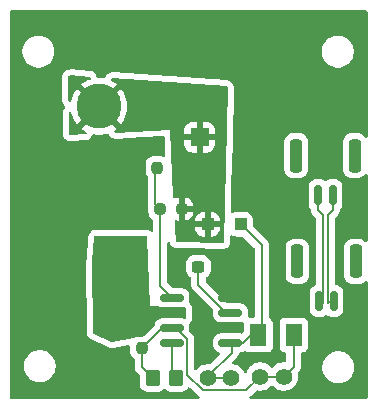
<source format=gbr>
%TF.GenerationSoftware,KiCad,Pcbnew,9.0.4*%
%TF.CreationDate,2025-09-28T15:06:45-05:00*%
%TF.ProjectId,Onboarding,4f6e626f-6172-4646-996e-672e6b696361,rev?*%
%TF.SameCoordinates,Original*%
%TF.FileFunction,Copper,L1,Top*%
%TF.FilePolarity,Positive*%
%FSLAX46Y46*%
G04 Gerber Fmt 4.6, Leading zero omitted, Abs format (unit mm)*
G04 Created by KiCad (PCBNEW 9.0.4) date 2025-09-28 15:06:45*
%MOMM*%
%LPD*%
G01*
G04 APERTURE LIST*
G04 Aperture macros list*
%AMRoundRect*
0 Rectangle with rounded corners*
0 $1 Rounding radius*
0 $2 $3 $4 $5 $6 $7 $8 $9 X,Y pos of 4 corners*
0 Add a 4 corners polygon primitive as box body*
4,1,4,$2,$3,$4,$5,$6,$7,$8,$9,$2,$3,0*
0 Add four circle primitives for the rounded corners*
1,1,$1+$1,$2,$3*
1,1,$1+$1,$4,$5*
1,1,$1+$1,$6,$7*
1,1,$1+$1,$8,$9*
0 Add four rect primitives between the rounded corners*
20,1,$1+$1,$2,$3,$4,$5,0*
20,1,$1+$1,$4,$5,$6,$7,0*
20,1,$1+$1,$6,$7,$8,$9,0*
20,1,$1+$1,$8,$9,$2,$3,0*%
G04 Aperture macros list end*
%TA.AperFunction,ComponentPad*%
%ADD10RoundRect,0.760000X1.140000X-1.140000X1.140000X1.140000X-1.140000X1.140000X-1.140000X-1.140000X0*%
%TD*%
%TA.AperFunction,ComponentPad*%
%ADD11C,3.800000*%
%TD*%
%TA.AperFunction,ComponentPad*%
%ADD12C,1.400000*%
%TD*%
%TA.AperFunction,SMDPad,CuDef*%
%ADD13RoundRect,0.237500X-0.250000X-0.237500X0.250000X-0.237500X0.250000X0.237500X-0.250000X0.237500X0*%
%TD*%
%TA.AperFunction,ComponentPad*%
%ADD14RoundRect,0.250000X-0.550000X-0.550000X0.550000X-0.550000X0.550000X0.550000X-0.550000X0.550000X0*%
%TD*%
%TA.AperFunction,ComponentPad*%
%ADD15C,1.600000*%
%TD*%
%TA.AperFunction,SMDPad,CuDef*%
%ADD16RoundRect,0.250000X-0.350000X-0.450000X0.350000X-0.450000X0.350000X0.450000X-0.350000X0.450000X0*%
%TD*%
%TA.AperFunction,ComponentPad*%
%ADD17RoundRect,0.760000X-1.140000X-1.140000X1.140000X-1.140000X1.140000X1.140000X-1.140000X1.140000X0*%
%TD*%
%TA.AperFunction,ComponentPad*%
%ADD18C,4.000000*%
%TD*%
%TA.AperFunction,SMDPad,CuDef*%
%ADD19RoundRect,0.250000X0.250000X0.475000X-0.250000X0.475000X-0.250000X-0.475000X0.250000X-0.475000X0*%
%TD*%
%TA.AperFunction,SMDPad,CuDef*%
%ADD20RoundRect,0.237500X0.237500X-0.250000X0.237500X0.250000X-0.237500X0.250000X-0.237500X-0.250000X0*%
%TD*%
%TA.AperFunction,SMDPad,CuDef*%
%ADD21RoundRect,0.250000X-0.300000X-0.300000X0.300000X-0.300000X0.300000X0.300000X-0.300000X0.300000X0*%
%TD*%
%TA.AperFunction,SMDPad,CuDef*%
%ADD22RoundRect,0.150000X0.825000X0.150000X-0.825000X0.150000X-0.825000X-0.150000X0.825000X-0.150000X0*%
%TD*%
%TA.AperFunction,SMDPad,CuDef*%
%ADD23RoundRect,0.150000X-0.150000X-0.700000X0.150000X-0.700000X0.150000X0.700000X-0.150000X0.700000X0*%
%TD*%
%TA.AperFunction,SMDPad,CuDef*%
%ADD24RoundRect,0.250000X-0.250000X-1.150000X0.250000X-1.150000X0.250000X1.150000X-0.250000X1.150000X0*%
%TD*%
%TA.AperFunction,SMDPad,CuDef*%
%ADD25RoundRect,0.237500X-0.300000X-0.237500X0.300000X-0.237500X0.300000X0.237500X-0.300000X0.237500X0*%
%TD*%
%TA.AperFunction,SMDPad,CuDef*%
%ADD26R,1.400000X1.950000*%
%TD*%
%TA.AperFunction,ViaPad*%
%ADD27C,0.600000*%
%TD*%
%TA.AperFunction,Conductor*%
%ADD28C,0.200000*%
%TD*%
G04 APERTURE END LIST*
D10*
%TO.P,J2,1,Pin_1*%
%TO.N,GND*%
X111230000Y-81310000D03*
D11*
%TO.P,J2,2,Pin_2*%
%TO.N,VCC*%
X111230000Y-76310000D03*
%TD*%
D12*
%TO.P,TP1,1,1*%
%TO.N,Net-(U1-I_{PK})*%
X124875000Y-99175000D03*
X126875000Y-99175000D03*
%TD*%
D13*
%TO.P,R1,1*%
%TO.N,Net-(U1-COMP-)*%
X116400000Y-84991250D03*
%TO.P,R1,2*%
%TO.N,VCC*%
X118225000Y-84991250D03*
%TD*%
D14*
%TO.P,C1,1*%
%TO.N,VCC*%
X119747349Y-78910000D03*
D15*
%TO.P,C1,2*%
%TO.N,GND*%
X124747349Y-78910000D03*
%TD*%
D16*
%TO.P,R4,1*%
%TO.N,Net-(U1-I_{PK})*%
X115775000Y-99275000D03*
%TO.P,R4,2*%
%TO.N,Net-(U1-DC)*%
X117775000Y-99275000D03*
%TD*%
D17*
%TO.P,J1,1,Pin_1*%
%TO.N,GND*%
X107900000Y-89375000D03*
D18*
%TO.P,J1,2,Pin_2*%
%TO.N,+12V*%
X112900000Y-89375000D03*
%TD*%
D19*
%TO.P,C3,1*%
%TO.N,+12V*%
X111500000Y-93600000D03*
%TO.P,C3,2*%
%TO.N,GND*%
X109600000Y-93600000D03*
%TD*%
D20*
%TO.P,R2,1*%
%TO.N,Net-(U1-COMP-)*%
X116150000Y-81502500D03*
%TO.P,R2,2*%
%TO.N,GND*%
X116150000Y-79677500D03*
%TD*%
D21*
%TO.P,D1,1,K*%
%TO.N,VCC*%
X120425000Y-86275000D03*
%TO.P,D1,2,A*%
%TO.N,Net-(D1-A)*%
X123225000Y-86275000D03*
%TD*%
D20*
%TO.P,R3,1*%
%TO.N,Net-(U1-I_{PK})*%
X114850000Y-96787500D03*
%TO.P,R3,2*%
%TO.N,+12V*%
X114850000Y-94962500D03*
%TD*%
D22*
%TO.P,U1,1,SC*%
%TO.N,Net-(D1-A)*%
X122362500Y-96331250D03*
%TO.P,U1,2,SE*%
%TO.N,GND*%
X122362500Y-95061250D03*
%TO.P,U1,3,CT*%
%TO.N,Net-(U1-CT)*%
X122362500Y-93791250D03*
%TO.P,U1,4,GND*%
%TO.N,GND*%
X122362500Y-92521250D03*
%TO.P,U1,5,COMP-*%
%TO.N,Net-(U1-COMP-)*%
X117412500Y-92521250D03*
%TO.P,U1,6,VCC*%
%TO.N,+12V*%
X117412500Y-93791250D03*
%TO.P,U1,7,I_{PK}*%
%TO.N,Net-(U1-I_{PK})*%
X117412500Y-95061250D03*
%TO.P,U1,8,DC*%
%TO.N,Net-(U1-DC)*%
X117412500Y-96331250D03*
%TD*%
D23*
%TO.P,J4,1,Pin_1*%
%TO.N,/CAN-*%
X129775000Y-83825000D03*
%TO.P,J4,2,Pin_2*%
%TO.N,/CAN+*%
X131025000Y-83825000D03*
D24*
%TO.P,J4,MP*%
%TO.N,N/C*%
X127925000Y-80475000D03*
X132875000Y-80475000D03*
%TD*%
D12*
%TO.P,TP2,1,1*%
%TO.N,Net-(D1-A)*%
X120440000Y-99340000D03*
X122440000Y-99340000D03*
%TD*%
D25*
%TO.P,C2,1*%
%TO.N,Net-(U1-CT)*%
X119650000Y-89891250D03*
%TO.P,C2,2*%
%TO.N,GND*%
X121375000Y-89891250D03*
%TD*%
D23*
%TO.P,J3,1,Pin_1*%
%TO.N,/CAN-*%
X129875000Y-92775000D03*
%TO.P,J3,2,Pin_2*%
%TO.N,/CAN+*%
X131125000Y-92775000D03*
D24*
%TO.P,J3,MP*%
%TO.N,N/C*%
X128025000Y-89425000D03*
X132975000Y-89425000D03*
%TD*%
D26*
%TO.P,L1,1,1*%
%TO.N,Net-(U1-I_{PK})*%
X127730000Y-95660000D03*
%TO.P,L1,2,2*%
%TO.N,Net-(D1-A)*%
X124730000Y-95660000D03*
%TD*%
D27*
%TO.N,GND*%
X117960000Y-89280000D03*
X120120000Y-96140000D03*
X123750000Y-89730000D03*
X119490000Y-92940000D03*
X124030000Y-92490000D03*
%TD*%
D28*
%TO.N,Net-(U1-CT)*%
X119650000Y-89891250D02*
X119650000Y-91425718D01*
X122015532Y-93791250D02*
X122362500Y-93791250D01*
X119650000Y-91425718D02*
X122015532Y-93791250D01*
%TO.N,Net-(D1-A)*%
X122450000Y-96475000D02*
X122450000Y-97150000D01*
X124730000Y-94980000D02*
X124730000Y-95660000D01*
X123393750Y-96331250D02*
X122362500Y-96331250D01*
X124730000Y-95660000D02*
X124065000Y-95660000D01*
X123225000Y-86275000D02*
X125000000Y-88050000D01*
X122450000Y-97150000D02*
X120440000Y-99160000D01*
X125000000Y-94710000D02*
X124730000Y-94980000D01*
X120440000Y-99160000D02*
X120440000Y-99340000D01*
X122362500Y-96331250D02*
X122362500Y-96387500D01*
X125000000Y-88050000D02*
X125000000Y-94710000D01*
X124065000Y-95660000D02*
X123393750Y-96331250D01*
X122362500Y-96387500D02*
X122450000Y-96475000D01*
X120440000Y-99340000D02*
X122440000Y-99340000D01*
%TO.N,/CAN+*%
X130625000Y-85500001D02*
X130625000Y-92969630D01*
X131025000Y-83825000D02*
X131025000Y-85100001D01*
X130819630Y-92775000D02*
X130625000Y-92969630D01*
X131025000Y-85100001D02*
X130625000Y-85500001D01*
X131125000Y-92775000D02*
X130819630Y-92775000D01*
%TO.N,/CAN-*%
X129775000Y-85100001D02*
X130175000Y-85500001D01*
X130175000Y-85500001D02*
X130175000Y-92969630D01*
X129775000Y-83825000D02*
X129775000Y-85100001D01*
%TO.N,Net-(U1-I_{PK})*%
X117759468Y-95061250D02*
X117412500Y-95061250D01*
X124875000Y-99175000D02*
X123709000Y-100341000D01*
X118688500Y-95990282D02*
X117759468Y-95061250D01*
X118688500Y-99004128D02*
X118688500Y-95990282D01*
X114850000Y-98350000D02*
X115775000Y-99275000D01*
X127700000Y-95690000D02*
X127730000Y-95660000D01*
X124875000Y-99175000D02*
X126875000Y-99175000D01*
X127700000Y-98350000D02*
X127700000Y-95690000D01*
X123709000Y-100341000D02*
X120025372Y-100341000D01*
X126875000Y-99175000D02*
X127700000Y-98350000D01*
X114850000Y-96787500D02*
X114850000Y-98350000D01*
X114850000Y-96787500D02*
X116576250Y-95061250D01*
X120025372Y-100341000D02*
X118688500Y-99004128D01*
X116576250Y-95061250D02*
X117412500Y-95061250D01*
%TO.N,Net-(U1-COMP-)*%
X115990000Y-84581250D02*
X116400000Y-84991250D01*
X116400000Y-84991250D02*
X116400000Y-91508750D01*
X116150000Y-81502500D02*
X115990000Y-81662500D01*
X115990000Y-81662500D02*
X115990000Y-84581250D01*
X116400000Y-91508750D02*
X117412500Y-92521250D01*
%TO.N,Net-(U1-DC)*%
X117775000Y-99275000D02*
X117412500Y-98912500D01*
X117412500Y-98912500D02*
X117412500Y-96331250D01*
%TD*%
%TA.AperFunction,Conductor*%
%TO.N,+12V*%
G36*
X115273139Y-87269685D02*
G01*
X115318894Y-87322489D01*
X115329991Y-87368794D01*
X115414286Y-89375000D01*
X115575000Y-93200000D01*
X116219306Y-93226405D01*
X116277346Y-93243569D01*
X116327100Y-93272993D01*
X116327102Y-93272994D01*
X116368724Y-93285086D01*
X116484926Y-93318847D01*
X116484929Y-93318847D01*
X116484931Y-93318848D01*
X116521806Y-93321750D01*
X116521814Y-93321750D01*
X118303186Y-93321750D01*
X118303194Y-93321750D01*
X118340069Y-93318848D01*
X118340070Y-93318847D01*
X118341608Y-93318566D01*
X118341856Y-93318422D01*
X118343094Y-93318295D01*
X118346299Y-93317710D01*
X118346345Y-93317963D01*
X118376962Y-93314834D01*
X118506080Y-93320126D01*
X118572255Y-93342538D01*
X118615809Y-93397171D01*
X118625000Y-93444021D01*
X118625000Y-94169041D01*
X118605315Y-94236080D01*
X118552511Y-94281835D01*
X118550883Y-94282565D01*
X118534117Y-94289932D01*
X118464822Y-94298879D01*
X118449640Y-94295485D01*
X118374975Y-94273793D01*
X118340069Y-94263652D01*
X118340067Y-94263651D01*
X118340063Y-94263651D01*
X118303201Y-94260750D01*
X118303194Y-94260750D01*
X116521806Y-94260750D01*
X116521798Y-94260750D01*
X116484932Y-94263651D01*
X116484926Y-94263652D01*
X116327106Y-94309504D01*
X116327103Y-94309505D01*
X116185637Y-94393167D01*
X116185629Y-94393173D01*
X116069423Y-94509379D01*
X116069417Y-94509387D01*
X115985755Y-94650853D01*
X115985754Y-94650856D01*
X115939902Y-94808676D01*
X115938763Y-94814917D01*
X115936890Y-94814575D01*
X115915212Y-94871443D01*
X115904164Y-94884100D01*
X115064224Y-95724038D01*
X115046599Y-95733661D01*
X115031880Y-95747325D01*
X115005701Y-95755993D01*
X115002901Y-95757523D01*
X114998375Y-95758420D01*
X114779530Y-95797563D01*
X114757699Y-95799500D01*
X114563331Y-95799500D01*
X114563312Y-95799501D01*
X114462247Y-95809825D01*
X114364447Y-95842233D01*
X114298484Y-95864092D01*
X114298481Y-95864093D01*
X114298480Y-95864094D01*
X114273990Y-95879199D01*
X114230727Y-95895722D01*
X112289615Y-96242914D01*
X112220157Y-96235340D01*
X112213773Y-96232471D01*
X110769021Y-95533397D01*
X110717249Y-95486478D01*
X110699041Y-95423329D01*
X110625308Y-89524680D01*
X110634165Y-89477085D01*
X110675000Y-89375000D01*
X110816863Y-87365267D01*
X110841219Y-87299782D01*
X110897114Y-87257859D01*
X110940555Y-87250000D01*
X115206100Y-87250000D01*
X115273139Y-87269685D01*
G37*
%TD.AperFunction*%
%TD*%
%TA.AperFunction,Conductor*%
%TO.N,VCC*%
G36*
X122031636Y-74591864D02*
G01*
X122097168Y-74616099D01*
X122139194Y-74671917D01*
X122147096Y-74718607D01*
X121828016Y-87751802D01*
X121806696Y-87818339D01*
X121752788Y-87862788D01*
X121701785Y-87872746D01*
X117840808Y-87802118D01*
X117774140Y-87781211D01*
X117729358Y-87727579D01*
X117719231Y-87684320D01*
X117666403Y-86624986D01*
X119375001Y-86624986D01*
X119385494Y-86727697D01*
X119440641Y-86894119D01*
X119440643Y-86894124D01*
X119532684Y-87043345D01*
X119656654Y-87167315D01*
X119805875Y-87259356D01*
X119805880Y-87259358D01*
X119972302Y-87314505D01*
X119972309Y-87314506D01*
X120075019Y-87324999D01*
X120675000Y-87324999D01*
X120774972Y-87324999D01*
X120774986Y-87324998D01*
X120877697Y-87314505D01*
X121044119Y-87259358D01*
X121044124Y-87259356D01*
X121193345Y-87167315D01*
X121317315Y-87043345D01*
X121409356Y-86894124D01*
X121409358Y-86894119D01*
X121464505Y-86727697D01*
X121464506Y-86727690D01*
X121474999Y-86624986D01*
X121475000Y-86624973D01*
X121475000Y-86525000D01*
X120675000Y-86525000D01*
X120675000Y-87324999D01*
X120075019Y-87324999D01*
X120175000Y-87324998D01*
X120175000Y-86525000D01*
X119375001Y-86525000D01*
X119375001Y-86624986D01*
X117666403Y-86624986D01*
X117638833Y-86072130D01*
X117655153Y-86004200D01*
X117705612Y-85955871D01*
X117774190Y-85942496D01*
X117801684Y-85948255D01*
X117824847Y-85955930D01*
X117824846Y-85955930D01*
X117925851Y-85966249D01*
X118475000Y-85966249D01*
X118524140Y-85966249D01*
X118524154Y-85966248D01*
X118625152Y-85955930D01*
X118718454Y-85925013D01*
X119375000Y-85925013D01*
X119375000Y-86025000D01*
X120175000Y-86025000D01*
X120675000Y-86025000D01*
X121474999Y-86025000D01*
X121474999Y-85925028D01*
X121474998Y-85925013D01*
X121464505Y-85822302D01*
X121409358Y-85655880D01*
X121409356Y-85655875D01*
X121317315Y-85506654D01*
X121193345Y-85382684D01*
X121044124Y-85290643D01*
X121044119Y-85290641D01*
X120877697Y-85235494D01*
X120877690Y-85235493D01*
X120774986Y-85225000D01*
X120675000Y-85225000D01*
X120675000Y-86025000D01*
X120175000Y-86025000D01*
X120175000Y-85224999D01*
X120075028Y-85225000D01*
X120075012Y-85225001D01*
X119972302Y-85235494D01*
X119805880Y-85290641D01*
X119805875Y-85290643D01*
X119656654Y-85382684D01*
X119532684Y-85506654D01*
X119440643Y-85655875D01*
X119440641Y-85655880D01*
X119385494Y-85822302D01*
X119385493Y-85822309D01*
X119375000Y-85925013D01*
X118718454Y-85925013D01*
X118788800Y-85901703D01*
X118788811Y-85901698D01*
X118927220Y-85816326D01*
X118927221Y-85816325D01*
X118935537Y-85811195D01*
X119057444Y-85689288D01*
X119057447Y-85689284D01*
X119147948Y-85542561D01*
X119147953Y-85542550D01*
X119202180Y-85378902D01*
X119212499Y-85277904D01*
X119212500Y-85277891D01*
X119212500Y-85241250D01*
X118475000Y-85241250D01*
X118475000Y-85966249D01*
X117925851Y-85966249D01*
X117974999Y-85966248D01*
X117975000Y-85966248D01*
X117975000Y-84741250D01*
X118475000Y-84741250D01*
X119212499Y-84741250D01*
X119212499Y-84704610D01*
X119212498Y-84704595D01*
X119202180Y-84603597D01*
X119147953Y-84439949D01*
X119147948Y-84439938D01*
X119057447Y-84293215D01*
X119057444Y-84293211D01*
X118935538Y-84171305D01*
X118935534Y-84171302D01*
X118788811Y-84080801D01*
X118788800Y-84080796D01*
X118625152Y-84026569D01*
X118524154Y-84016250D01*
X118475000Y-84016250D01*
X118475000Y-84741250D01*
X117975000Y-84741250D01*
X117975000Y-84016250D01*
X117974999Y-84016249D01*
X117925861Y-84016250D01*
X117925843Y-84016251D01*
X117824846Y-84026569D01*
X117696235Y-84069186D01*
X117626407Y-84071587D01*
X117566365Y-84035856D01*
X117535173Y-83973335D01*
X117533387Y-83957672D01*
X117251746Y-78310013D01*
X118447349Y-78310013D01*
X118447349Y-78660000D01*
X119431663Y-78660000D01*
X119427269Y-78664394D01*
X119374608Y-78755606D01*
X119347349Y-78857339D01*
X119347349Y-78962661D01*
X119374608Y-79064394D01*
X119427269Y-79155606D01*
X119431663Y-79160000D01*
X118447350Y-79160000D01*
X118447350Y-79509986D01*
X118457843Y-79612697D01*
X118512990Y-79779119D01*
X118512992Y-79779124D01*
X118605033Y-79928345D01*
X118729003Y-80052315D01*
X118878224Y-80144356D01*
X118878229Y-80144358D01*
X119044651Y-80199505D01*
X119044658Y-80199506D01*
X119147368Y-80209999D01*
X119497348Y-80209999D01*
X119497349Y-80209998D01*
X119497349Y-79225686D01*
X119501743Y-79230080D01*
X119592955Y-79282741D01*
X119694688Y-79310000D01*
X119800010Y-79310000D01*
X119901743Y-79282741D01*
X119992955Y-79230080D01*
X119997349Y-79225686D01*
X119997349Y-80209999D01*
X120347321Y-80209999D01*
X120347335Y-80209998D01*
X120450046Y-80199505D01*
X120616468Y-80144358D01*
X120616473Y-80144356D01*
X120765694Y-80052315D01*
X120889664Y-79928345D01*
X120981705Y-79779124D01*
X120981707Y-79779119D01*
X121036854Y-79612697D01*
X121036855Y-79612690D01*
X121047348Y-79509986D01*
X121047349Y-79509973D01*
X121047349Y-79160000D01*
X120063035Y-79160000D01*
X120067429Y-79155606D01*
X120120090Y-79064394D01*
X120147349Y-78962661D01*
X120147349Y-78857339D01*
X120120090Y-78755606D01*
X120067429Y-78664394D01*
X120063035Y-78660000D01*
X121047348Y-78660000D01*
X121047348Y-78310028D01*
X121047347Y-78310013D01*
X121036854Y-78207302D01*
X120981707Y-78040880D01*
X120981705Y-78040875D01*
X120889664Y-77891654D01*
X120765694Y-77767684D01*
X120616473Y-77675643D01*
X120616468Y-77675641D01*
X120450046Y-77620494D01*
X120450039Y-77620493D01*
X120347335Y-77610000D01*
X119997349Y-77610000D01*
X119997349Y-78594314D01*
X119992955Y-78589920D01*
X119901743Y-78537259D01*
X119800010Y-78510000D01*
X119694688Y-78510000D01*
X119592955Y-78537259D01*
X119501743Y-78589920D01*
X119497349Y-78594314D01*
X119497349Y-77610000D01*
X119147377Y-77610000D01*
X119147361Y-77610001D01*
X119044651Y-77620494D01*
X118878229Y-77675641D01*
X118878224Y-77675643D01*
X118729003Y-77767684D01*
X118605033Y-77891654D01*
X118512992Y-78040875D01*
X118512990Y-78040880D01*
X118457843Y-78207302D01*
X118457842Y-78207309D01*
X118447349Y-78310013D01*
X117251746Y-78310013D01*
X117250000Y-78275000D01*
X117249999Y-78275000D01*
X117249999Y-78274999D01*
X112649695Y-78526921D01*
X112581680Y-78510932D01*
X112533106Y-78460709D01*
X112519396Y-78392198D01*
X112544902Y-78327150D01*
X112576945Y-78298112D01*
X112620998Y-78270432D01*
X112741098Y-78174653D01*
X112741099Y-78174652D01*
X111991717Y-77425271D01*
X112109466Y-77339722D01*
X112259722Y-77189466D01*
X112345270Y-77071717D01*
X113094652Y-77821099D01*
X113094653Y-77821098D01*
X113190431Y-77700999D01*
X113333847Y-77472752D01*
X113450801Y-77229895D01*
X113450807Y-77229881D01*
X113539832Y-76975463D01*
X113539836Y-76975451D01*
X113599818Y-76712651D01*
X113599821Y-76712633D01*
X113629999Y-76444787D01*
X113630000Y-76444783D01*
X113630000Y-76175216D01*
X113629999Y-76175212D01*
X113599821Y-75907366D01*
X113599818Y-75907348D01*
X113539836Y-75644548D01*
X113539832Y-75644536D01*
X113450807Y-75390118D01*
X113450801Y-75390104D01*
X113333847Y-75147247D01*
X113190429Y-74918997D01*
X113190427Y-74918993D01*
X113094653Y-74798900D01*
X113094652Y-74798899D01*
X112345270Y-75548281D01*
X112259722Y-75430534D01*
X112109466Y-75280278D01*
X111991717Y-75194728D01*
X112741099Y-74445346D01*
X112620998Y-74349568D01*
X112392749Y-74206150D01*
X112302845Y-74162855D01*
X112250985Y-74116033D01*
X112232672Y-74048606D01*
X112253720Y-73981982D01*
X112307446Y-73937313D01*
X112365148Y-73927427D01*
X122031636Y-74591864D01*
G37*
%TD.AperFunction*%
%TA.AperFunction,Conductor*%
G36*
X108854019Y-76796483D02*
G01*
X108892335Y-76854910D01*
X108894577Y-76863350D01*
X108920164Y-76975454D01*
X108920167Y-76975463D01*
X109009192Y-77229881D01*
X109009198Y-77229895D01*
X109126152Y-77472752D01*
X109269568Y-77700998D01*
X109365346Y-77821099D01*
X110114728Y-77071716D01*
X110200278Y-77189466D01*
X110350534Y-77339722D01*
X110468281Y-77425270D01*
X109718899Y-78174652D01*
X109718900Y-78174653D01*
X109838993Y-78270427D01*
X109838997Y-78270429D01*
X110067243Y-78413845D01*
X110107398Y-78433182D01*
X110159258Y-78480005D01*
X110177571Y-78547431D01*
X110156524Y-78614056D01*
X110102798Y-78658724D01*
X110060377Y-78668717D01*
X108796395Y-78737936D01*
X108728380Y-78721947D01*
X108679806Y-78671724D01*
X108665620Y-78615268D01*
X108664993Y-78547431D01*
X108649691Y-76892086D01*
X108668755Y-76824871D01*
X108721134Y-76778630D01*
X108790198Y-76768047D01*
X108854019Y-76796483D01*
G37*
%TD.AperFunction*%
%TA.AperFunction,Conductor*%
G36*
X110431738Y-73794531D02*
G01*
X110497268Y-73818766D01*
X110539294Y-73874584D01*
X110544472Y-73944261D01*
X110511157Y-74005677D01*
X110464189Y-74035280D01*
X110310113Y-74089194D01*
X110310104Y-74089198D01*
X110067247Y-74206152D01*
X109839001Y-74349568D01*
X109718899Y-74445345D01*
X110468282Y-75194728D01*
X110350534Y-75280278D01*
X110200278Y-75430534D01*
X110114728Y-75548282D01*
X109365345Y-74798899D01*
X109269568Y-74919001D01*
X109126152Y-75147247D01*
X109009198Y-75390104D01*
X109009192Y-75390118D01*
X108920167Y-75644536D01*
X108920164Y-75644545D01*
X108884255Y-75801874D01*
X108850146Y-75862852D01*
X108788485Y-75895710D01*
X108718847Y-75890015D01*
X108663344Y-75847575D01*
X108639596Y-75781865D01*
X108639369Y-75775451D01*
X108621146Y-73804037D01*
X108640210Y-73736822D01*
X108692589Y-73690581D01*
X108753643Y-73679186D01*
X110431738Y-73794531D01*
G37*
%TD.AperFunction*%
%TD*%
%TA.AperFunction,Conductor*%
%TO.N,GND*%
G36*
X133912539Y-68190185D02*
G01*
X133958294Y-68242989D01*
X133969500Y-68294500D01*
X133969500Y-78827319D01*
X133949815Y-78894358D01*
X133897011Y-78940113D01*
X133827853Y-78950057D01*
X133764297Y-78921032D01*
X133739961Y-78892416D01*
X133732638Y-78880543D01*
X133717712Y-78856344D01*
X133593656Y-78732288D01*
X133444334Y-78640186D01*
X133277797Y-78585001D01*
X133277795Y-78585000D01*
X133175010Y-78574500D01*
X132574998Y-78574500D01*
X132574980Y-78574501D01*
X132472203Y-78585000D01*
X132472200Y-78585001D01*
X132305668Y-78640185D01*
X132305663Y-78640187D01*
X132156342Y-78732289D01*
X132032289Y-78856342D01*
X131940187Y-79005663D01*
X131940185Y-79005668D01*
X131931571Y-79031664D01*
X131885001Y-79172203D01*
X131885001Y-79172204D01*
X131885000Y-79172204D01*
X131874500Y-79274983D01*
X131874500Y-81675001D01*
X131874501Y-81675018D01*
X131885000Y-81777796D01*
X131885001Y-81777799D01*
X131892917Y-81801687D01*
X131940186Y-81944334D01*
X132032288Y-82093656D01*
X132156344Y-82217712D01*
X132305666Y-82309814D01*
X132472203Y-82364999D01*
X132574991Y-82375500D01*
X133175008Y-82375499D01*
X133175016Y-82375498D01*
X133175019Y-82375498D01*
X133244973Y-82368352D01*
X133277797Y-82364999D01*
X133444334Y-82309814D01*
X133593656Y-82217712D01*
X133717712Y-82093656D01*
X133739961Y-82057583D01*
X133791908Y-82010859D01*
X133860871Y-81999636D01*
X133924953Y-82027479D01*
X133963810Y-82085547D01*
X133969500Y-82122680D01*
X133969500Y-87658770D01*
X133949815Y-87725809D01*
X133897011Y-87771564D01*
X133827853Y-87781508D01*
X133764297Y-87752483D01*
X133757819Y-87746451D01*
X133693657Y-87682289D01*
X133693656Y-87682288D01*
X133544334Y-87590186D01*
X133377797Y-87535001D01*
X133377795Y-87535000D01*
X133275010Y-87524500D01*
X132674998Y-87524500D01*
X132674980Y-87524501D01*
X132572203Y-87535000D01*
X132572200Y-87535001D01*
X132405668Y-87590185D01*
X132405663Y-87590187D01*
X132256342Y-87682289D01*
X132132289Y-87806342D01*
X132040187Y-87955663D01*
X132040185Y-87955668D01*
X132012349Y-88039670D01*
X131985001Y-88122203D01*
X131985001Y-88122204D01*
X131985000Y-88122204D01*
X131974500Y-88224983D01*
X131974500Y-90625001D01*
X131974501Y-90625018D01*
X131985000Y-90727796D01*
X131985001Y-90727799D01*
X132035337Y-90879701D01*
X132040186Y-90894334D01*
X132132288Y-91043656D01*
X132256344Y-91167712D01*
X132405666Y-91259814D01*
X132572203Y-91314999D01*
X132674991Y-91325500D01*
X133275008Y-91325499D01*
X133275016Y-91325498D01*
X133275019Y-91325498D01*
X133331302Y-91319748D01*
X133377797Y-91314999D01*
X133544334Y-91259814D01*
X133693656Y-91167712D01*
X133757819Y-91103549D01*
X133819142Y-91070064D01*
X133888834Y-91075048D01*
X133944767Y-91116920D01*
X133969184Y-91182384D01*
X133969500Y-91191230D01*
X133969500Y-100955500D01*
X133949815Y-101022539D01*
X133897011Y-101068294D01*
X133845500Y-101079500D01*
X124093653Y-101079500D01*
X124026614Y-101059815D01*
X123980859Y-101007011D01*
X123970915Y-100937853D01*
X123999940Y-100874297D01*
X124031653Y-100848113D01*
X124077716Y-100821520D01*
X124189520Y-100709716D01*
X124189520Y-100709714D01*
X124199728Y-100699507D01*
X124199730Y-100699504D01*
X124514169Y-100385064D01*
X124575490Y-100351581D01*
X124621246Y-100350274D01*
X124780514Y-100375500D01*
X124780519Y-100375500D01*
X124969486Y-100375500D01*
X125156118Y-100345940D01*
X125186753Y-100335986D01*
X125335832Y-100287547D01*
X125504199Y-100201760D01*
X125657073Y-100090690D01*
X125787319Y-99960444D01*
X125848642Y-99926959D01*
X125918334Y-99931943D01*
X125962681Y-99960444D01*
X126092927Y-100090690D01*
X126245801Y-100201760D01*
X126289546Y-100224049D01*
X126414163Y-100287545D01*
X126414165Y-100287545D01*
X126414168Y-100287547D01*
X126507000Y-100317710D01*
X126593881Y-100345940D01*
X126780514Y-100375500D01*
X126780519Y-100375500D01*
X126969486Y-100375500D01*
X127156118Y-100345940D01*
X127186753Y-100335986D01*
X127335832Y-100287547D01*
X127504199Y-100201760D01*
X127657073Y-100090690D01*
X127790690Y-99957073D01*
X127901760Y-99804199D01*
X127987547Y-99635832D01*
X128045940Y-99456118D01*
X128051644Y-99420104D01*
X128075500Y-99269486D01*
X128075500Y-99080513D01*
X128050274Y-98921248D01*
X128059228Y-98851955D01*
X128085061Y-98814174D01*
X128180520Y-98718716D01*
X128248816Y-98600423D01*
X128259577Y-98581785D01*
X128300500Y-98429058D01*
X128300500Y-98283713D01*
X130129500Y-98283713D01*
X130129500Y-98496286D01*
X130149363Y-98621700D01*
X130162754Y-98706243D01*
X130213768Y-98863248D01*
X130228444Y-98908414D01*
X130324951Y-99097820D01*
X130449890Y-99269786D01*
X130600213Y-99420109D01*
X130772179Y-99545048D01*
X130772181Y-99545049D01*
X130772184Y-99545051D01*
X130961588Y-99641557D01*
X131163757Y-99707246D01*
X131373713Y-99740500D01*
X131373714Y-99740500D01*
X131586286Y-99740500D01*
X131586287Y-99740500D01*
X131796243Y-99707246D01*
X131998412Y-99641557D01*
X132187816Y-99545051D01*
X132310223Y-99456118D01*
X132359786Y-99420109D01*
X132359788Y-99420106D01*
X132359792Y-99420104D01*
X132510104Y-99269792D01*
X132510106Y-99269788D01*
X132510109Y-99269786D01*
X132635048Y-99097820D01*
X132635047Y-99097820D01*
X132635051Y-99097816D01*
X132731557Y-98908412D01*
X132797246Y-98706243D01*
X132830500Y-98496287D01*
X132830500Y-98283713D01*
X132797246Y-98073757D01*
X132731557Y-97871588D01*
X132635051Y-97682184D01*
X132635049Y-97682181D01*
X132635048Y-97682179D01*
X132510109Y-97510213D01*
X132359786Y-97359890D01*
X132187820Y-97234951D01*
X131998414Y-97138444D01*
X131998413Y-97138443D01*
X131998412Y-97138443D01*
X131796243Y-97072754D01*
X131796241Y-97072753D01*
X131796240Y-97072753D01*
X131634957Y-97047208D01*
X131586287Y-97039500D01*
X131373713Y-97039500D01*
X131325042Y-97047208D01*
X131163760Y-97072753D01*
X131163757Y-97072754D01*
X130976903Y-97133467D01*
X130961585Y-97138444D01*
X130772179Y-97234951D01*
X130600213Y-97359890D01*
X130449890Y-97510213D01*
X130324951Y-97682179D01*
X130228444Y-97871585D01*
X130162753Y-98073760D01*
X130129500Y-98283713D01*
X128300500Y-98283713D01*
X128300500Y-98270943D01*
X128300500Y-97259499D01*
X128320185Y-97192460D01*
X128372989Y-97146705D01*
X128424500Y-97135499D01*
X128477871Y-97135499D01*
X128477872Y-97135499D01*
X128537483Y-97129091D01*
X128672331Y-97078796D01*
X128787546Y-96992546D01*
X128873796Y-96877331D01*
X128924091Y-96742483D01*
X128930500Y-96682873D01*
X128930499Y-94637128D01*
X128924091Y-94577517D01*
X128898676Y-94509377D01*
X128873797Y-94442671D01*
X128873793Y-94442664D01*
X128787547Y-94327455D01*
X128787544Y-94327452D01*
X128672335Y-94241206D01*
X128672328Y-94241202D01*
X128537482Y-94190908D01*
X128537483Y-94190908D01*
X128477883Y-94184501D01*
X128477881Y-94184500D01*
X128477873Y-94184500D01*
X128477864Y-94184500D01*
X126982129Y-94184500D01*
X126982123Y-94184501D01*
X126922516Y-94190908D01*
X126787671Y-94241202D01*
X126787664Y-94241206D01*
X126672455Y-94327452D01*
X126672452Y-94327455D01*
X126586206Y-94442664D01*
X126586202Y-94442671D01*
X126535908Y-94577517D01*
X126531544Y-94618115D01*
X126529501Y-94637123D01*
X126529500Y-94637135D01*
X126529500Y-96682870D01*
X126529501Y-96682876D01*
X126535908Y-96742483D01*
X126586202Y-96877328D01*
X126586206Y-96877335D01*
X126672452Y-96992544D01*
X126672455Y-96992547D01*
X126787664Y-97078793D01*
X126787671Y-97078797D01*
X126922516Y-97129091D01*
X126982113Y-97135499D01*
X126982127Y-97135500D01*
X126982129Y-97135501D01*
X126985431Y-97135856D01*
X126985347Y-97136635D01*
X127048018Y-97158739D01*
X127090886Y-97213913D01*
X127099500Y-97259323D01*
X127099500Y-97850590D01*
X127079815Y-97917629D01*
X127027011Y-97963384D01*
X126974353Y-97972697D01*
X126974353Y-97974500D01*
X126780514Y-97974500D01*
X126593881Y-98004059D01*
X126414163Y-98062454D01*
X126245800Y-98148240D01*
X126158579Y-98211610D01*
X126092927Y-98259310D01*
X126092925Y-98259312D01*
X126092924Y-98259312D01*
X125962681Y-98389556D01*
X125901358Y-98423041D01*
X125831666Y-98418057D01*
X125787319Y-98389556D01*
X125657075Y-98259312D01*
X125657073Y-98259310D01*
X125504199Y-98148240D01*
X125485686Y-98138807D01*
X125335836Y-98062454D01*
X125156118Y-98004059D01*
X124969486Y-97974500D01*
X124969481Y-97974500D01*
X124780519Y-97974500D01*
X124780514Y-97974500D01*
X124593881Y-98004059D01*
X124414163Y-98062454D01*
X124245800Y-98148240D01*
X124158579Y-98211610D01*
X124092927Y-98259310D01*
X124092925Y-98259312D01*
X124092924Y-98259312D01*
X123959312Y-98392924D01*
X123959312Y-98392925D01*
X123959310Y-98392927D01*
X123933062Y-98429054D01*
X123848240Y-98545800D01*
X123762453Y-98714166D01*
X123740489Y-98781762D01*
X123701051Y-98839436D01*
X123636691Y-98866633D01*
X123567845Y-98854717D01*
X123516370Y-98807472D01*
X123512074Y-98799735D01*
X123466761Y-98710802D01*
X123450075Y-98687836D01*
X123355690Y-98557927D01*
X123222073Y-98424310D01*
X123069199Y-98313240D01*
X122900836Y-98227454D01*
X122721118Y-98169059D01*
X122580830Y-98146840D01*
X122517695Y-98116911D01*
X122480764Y-98057599D01*
X122481762Y-97987736D01*
X122512545Y-97936688D01*
X122808506Y-97640728D01*
X122808511Y-97640724D01*
X122818714Y-97630520D01*
X122818716Y-97630520D01*
X122930520Y-97518716D01*
X123005988Y-97388001D01*
X123009577Y-97381785D01*
X123050500Y-97229058D01*
X123050500Y-97228281D01*
X123052964Y-97220078D01*
X123071053Y-97192310D01*
X123088312Y-97163996D01*
X123090049Y-97163152D01*
X123091102Y-97161536D01*
X123121334Y-97147954D01*
X123151159Y-97133467D01*
X123154138Y-97133218D01*
X123154836Y-97132905D01*
X123155927Y-97133068D01*
X123171722Y-97131750D01*
X123253186Y-97131750D01*
X123253194Y-97131750D01*
X123290069Y-97128848D01*
X123290071Y-97128847D01*
X123290073Y-97128847D01*
X123331691Y-97116755D01*
X123447898Y-97082994D01*
X123569640Y-97010995D01*
X123637364Y-96993813D01*
X123703627Y-97015973D01*
X123707070Y-97018459D01*
X123787669Y-97078796D01*
X123787670Y-97078796D01*
X123787671Y-97078797D01*
X123922517Y-97129091D01*
X123922516Y-97129091D01*
X123929444Y-97129835D01*
X123982127Y-97135500D01*
X125477872Y-97135499D01*
X125537483Y-97129091D01*
X125672331Y-97078796D01*
X125787546Y-96992546D01*
X125873796Y-96877331D01*
X125924091Y-96742483D01*
X125930500Y-96682873D01*
X125930499Y-94637128D01*
X125924091Y-94577517D01*
X125898676Y-94509377D01*
X125873797Y-94442671D01*
X125873793Y-94442664D01*
X125822123Y-94373643D01*
X125787546Y-94327454D01*
X125672331Y-94241204D01*
X125672328Y-94241203D01*
X125672327Y-94241202D01*
X125665065Y-94237236D01*
X125615663Y-94187827D01*
X125600500Y-94128408D01*
X125600500Y-88224983D01*
X127024500Y-88224983D01*
X127024500Y-90625001D01*
X127024501Y-90625018D01*
X127035000Y-90727796D01*
X127035001Y-90727799D01*
X127085337Y-90879701D01*
X127090186Y-90894334D01*
X127182288Y-91043656D01*
X127306344Y-91167712D01*
X127455666Y-91259814D01*
X127622203Y-91314999D01*
X127724991Y-91325500D01*
X128325008Y-91325499D01*
X128325016Y-91325498D01*
X128325019Y-91325498D01*
X128381302Y-91319748D01*
X128427797Y-91314999D01*
X128594334Y-91259814D01*
X128743656Y-91167712D01*
X128867712Y-91043656D01*
X128959814Y-90894334D01*
X129014999Y-90727797D01*
X129025500Y-90625009D01*
X129025499Y-88224992D01*
X129014999Y-88122203D01*
X128959814Y-87955666D01*
X128867712Y-87806344D01*
X128743656Y-87682288D01*
X128594334Y-87590186D01*
X128427797Y-87535001D01*
X128427795Y-87535000D01*
X128325010Y-87524500D01*
X127724998Y-87524500D01*
X127724980Y-87524501D01*
X127622203Y-87535000D01*
X127622200Y-87535001D01*
X127455668Y-87590185D01*
X127455663Y-87590187D01*
X127306342Y-87682289D01*
X127182289Y-87806342D01*
X127090187Y-87955663D01*
X127090185Y-87955668D01*
X127062349Y-88039670D01*
X127035001Y-88122203D01*
X127035001Y-88122204D01*
X127035000Y-88122204D01*
X127024500Y-88224983D01*
X125600500Y-88224983D01*
X125600500Y-87970945D01*
X125600500Y-87970943D01*
X125559577Y-87818216D01*
X125559577Y-87818215D01*
X125496809Y-87709498D01*
X125480520Y-87681284D01*
X125368716Y-87569480D01*
X125368715Y-87569479D01*
X125364385Y-87565149D01*
X125364374Y-87565139D01*
X124311818Y-86512583D01*
X124278333Y-86451260D01*
X124275499Y-86424902D01*
X124275499Y-85924998D01*
X124275498Y-85924981D01*
X124264999Y-85822203D01*
X124264998Y-85822200D01*
X124261482Y-85811590D01*
X124209814Y-85655666D01*
X124117712Y-85506344D01*
X123993656Y-85382288D01*
X123864658Y-85302722D01*
X123844336Y-85290187D01*
X123844331Y-85290185D01*
X123807369Y-85277937D01*
X123677797Y-85235001D01*
X123677795Y-85235000D01*
X123575010Y-85224500D01*
X122874998Y-85224500D01*
X122874980Y-85224501D01*
X122772203Y-85235000D01*
X122772200Y-85235001D01*
X122605668Y-85290185D01*
X122605656Y-85290191D01*
X122585340Y-85302722D01*
X122517948Y-85321161D01*
X122451284Y-85300237D01*
X122406516Y-85246594D01*
X122396283Y-85194151D01*
X122448549Y-83059298D01*
X128974500Y-83059298D01*
X128974500Y-84590701D01*
X128977401Y-84627567D01*
X128977402Y-84627573D01*
X129023254Y-84785393D01*
X129023255Y-84785396D01*
X129106917Y-84926862D01*
X129106923Y-84926870D01*
X129138179Y-84958125D01*
X129171665Y-85019447D01*
X129174499Y-85045807D01*
X129174499Y-85179055D01*
X129174498Y-85179055D01*
X129174499Y-85179057D01*
X129174499Y-85179058D01*
X129215423Y-85331786D01*
X129215424Y-85331787D01*
X129231692Y-85359966D01*
X129231693Y-85359967D01*
X129294475Y-85468710D01*
X129294481Y-85468718D01*
X129413349Y-85587586D01*
X129413355Y-85587591D01*
X129538181Y-85712417D01*
X129571666Y-85773740D01*
X129574500Y-85800098D01*
X129574500Y-91348225D01*
X129554815Y-91415264D01*
X129502011Y-91461019D01*
X129485097Y-91467301D01*
X129464603Y-91473255D01*
X129323137Y-91556917D01*
X129323129Y-91556923D01*
X129206923Y-91673129D01*
X129206917Y-91673137D01*
X129123255Y-91814603D01*
X129123254Y-91814606D01*
X129077402Y-91972426D01*
X129077401Y-91972432D01*
X129074500Y-92009298D01*
X129074500Y-93540701D01*
X129077401Y-93577567D01*
X129077402Y-93577573D01*
X129123254Y-93735393D01*
X129123255Y-93735396D01*
X129206917Y-93876862D01*
X129206923Y-93876870D01*
X129323129Y-93993076D01*
X129323133Y-93993079D01*
X129323135Y-93993081D01*
X129464602Y-94076744D01*
X129506224Y-94088836D01*
X129622426Y-94122597D01*
X129622429Y-94122597D01*
X129622431Y-94122598D01*
X129659306Y-94125500D01*
X129659314Y-94125500D01*
X130090686Y-94125500D01*
X130090694Y-94125500D01*
X130127569Y-94122598D01*
X130127571Y-94122597D01*
X130127573Y-94122597D01*
X130169191Y-94110505D01*
X130285398Y-94076744D01*
X130410048Y-94003026D01*
X130433580Y-93989110D01*
X130434747Y-93991083D01*
X130489035Y-93969769D01*
X130557553Y-93983448D01*
X130566404Y-93989136D01*
X130566420Y-93989110D01*
X130596563Y-94006936D01*
X130714602Y-94076744D01*
X130756224Y-94088836D01*
X130872426Y-94122597D01*
X130872429Y-94122597D01*
X130872431Y-94122598D01*
X130909306Y-94125500D01*
X130909314Y-94125500D01*
X131340686Y-94125500D01*
X131340694Y-94125500D01*
X131377569Y-94122598D01*
X131377571Y-94122597D01*
X131377573Y-94122597D01*
X131419191Y-94110505D01*
X131535398Y-94076744D01*
X131676865Y-93993081D01*
X131793081Y-93876865D01*
X131876744Y-93735398D01*
X131922598Y-93577569D01*
X131925500Y-93540694D01*
X131925500Y-92009306D01*
X131922598Y-91972431D01*
X131921711Y-91969379D01*
X131876745Y-91814606D01*
X131876744Y-91814603D01*
X131876744Y-91814602D01*
X131793081Y-91673135D01*
X131793079Y-91673133D01*
X131793076Y-91673129D01*
X131676870Y-91556923D01*
X131676862Y-91556917D01*
X131535396Y-91473255D01*
X131535393Y-91473254D01*
X131377573Y-91427402D01*
X131377567Y-91427401D01*
X131339771Y-91424427D01*
X131274482Y-91399543D01*
X131233012Y-91343312D01*
X131225500Y-91300809D01*
X131225500Y-85800098D01*
X131234145Y-85770654D01*
X131240668Y-85740672D01*
X131244422Y-85735656D01*
X131245185Y-85733059D01*
X131261814Y-85712421D01*
X131383505Y-85590729D01*
X131383510Y-85590726D01*
X131393714Y-85580521D01*
X131393716Y-85580521D01*
X131505520Y-85468717D01*
X131584577Y-85331785D01*
X131625500Y-85179058D01*
X131625500Y-85045807D01*
X131645185Y-84978769D01*
X131661820Y-84958126D01*
X131693076Y-84926870D01*
X131693081Y-84926865D01*
X131776744Y-84785398D01*
X131822598Y-84627569D01*
X131825500Y-84590694D01*
X131825500Y-83059306D01*
X131822598Y-83022431D01*
X131776744Y-82864602D01*
X131693081Y-82723135D01*
X131693079Y-82723133D01*
X131693076Y-82723129D01*
X131576870Y-82606923D01*
X131576862Y-82606917D01*
X131435396Y-82523255D01*
X131435393Y-82523254D01*
X131277573Y-82477402D01*
X131277567Y-82477401D01*
X131240701Y-82474500D01*
X131240694Y-82474500D01*
X130809306Y-82474500D01*
X130809298Y-82474500D01*
X130772432Y-82477401D01*
X130772426Y-82477402D01*
X130614606Y-82523254D01*
X130614603Y-82523255D01*
X130466420Y-82610890D01*
X130465254Y-82608919D01*
X130410942Y-82630232D01*
X130342427Y-82616540D01*
X130333595Y-82610864D01*
X130333580Y-82610890D01*
X130185396Y-82523255D01*
X130185393Y-82523254D01*
X130027573Y-82477402D01*
X130027567Y-82477401D01*
X129990701Y-82474500D01*
X129990694Y-82474500D01*
X129559306Y-82474500D01*
X129559298Y-82474500D01*
X129522432Y-82477401D01*
X129522426Y-82477402D01*
X129364606Y-82523254D01*
X129364603Y-82523255D01*
X129223137Y-82606917D01*
X129223129Y-82606923D01*
X129106923Y-82723129D01*
X129106917Y-82723137D01*
X129023255Y-82864603D01*
X129023254Y-82864606D01*
X128977402Y-83022426D01*
X128977401Y-83022432D01*
X128974500Y-83059298D01*
X122448549Y-83059298D01*
X122541198Y-79274983D01*
X126924500Y-79274983D01*
X126924500Y-81675001D01*
X126924501Y-81675018D01*
X126935000Y-81777796D01*
X126935001Y-81777799D01*
X126942917Y-81801687D01*
X126990186Y-81944334D01*
X127082288Y-82093656D01*
X127206344Y-82217712D01*
X127355666Y-82309814D01*
X127522203Y-82364999D01*
X127624991Y-82375500D01*
X128225008Y-82375499D01*
X128225016Y-82375498D01*
X128225019Y-82375498D01*
X128294973Y-82368352D01*
X128327797Y-82364999D01*
X128494334Y-82309814D01*
X128643656Y-82217712D01*
X128767712Y-82093656D01*
X128859814Y-81944334D01*
X128914999Y-81777797D01*
X128925500Y-81675009D01*
X128925499Y-79274992D01*
X128914999Y-79172203D01*
X128859814Y-79005666D01*
X128767712Y-78856344D01*
X128643656Y-78732288D01*
X128494334Y-78640186D01*
X128327797Y-78585001D01*
X128327795Y-78585000D01*
X128225010Y-78574500D01*
X127624998Y-78574500D01*
X127624980Y-78574501D01*
X127522203Y-78585000D01*
X127522200Y-78585001D01*
X127355668Y-78640185D01*
X127355663Y-78640187D01*
X127206342Y-78732289D01*
X127082289Y-78856342D01*
X126990187Y-79005663D01*
X126990185Y-79005668D01*
X126981571Y-79031664D01*
X126935001Y-79172203D01*
X126935001Y-79172204D01*
X126935000Y-79172204D01*
X126924500Y-79274983D01*
X122541198Y-79274983D01*
X122652445Y-74730979D01*
X122645508Y-74634254D01*
X122637606Y-74587564D01*
X122612332Y-74493955D01*
X122543029Y-74367865D01*
X122501003Y-74312047D01*
X122500998Y-74312041D01*
X122500997Y-74312040D01*
X122500987Y-74312029D01*
X122448615Y-74259948D01*
X122398977Y-74210585D01*
X122398974Y-74210583D01*
X122272500Y-74141979D01*
X122206971Y-74117745D01*
X122066305Y-74087555D01*
X122066304Y-74087554D01*
X122066300Y-74087554D01*
X115934925Y-73666107D01*
X112399814Y-73423117D01*
X112399813Y-73423117D01*
X112399812Y-73423117D01*
X112375806Y-73424331D01*
X112279781Y-73429187D01*
X112222088Y-73439072D01*
X112222085Y-73439072D01*
X112222083Y-73439073D01*
X112222081Y-73439073D01*
X112222070Y-73439076D01*
X112106875Y-73473306D01*
X111984272Y-73548611D01*
X111930545Y-73593280D01*
X111834129Y-73700070D01*
X111771700Y-73829704D01*
X111764107Y-73853739D01*
X111725141Y-73911734D01*
X111661006Y-73939455D01*
X111631984Y-73939603D01*
X111364813Y-73909500D01*
X111364809Y-73909500D01*
X111159002Y-73909500D01*
X111091963Y-73889815D01*
X111046208Y-73837011D01*
X111037909Y-73812194D01*
X111037141Y-73808709D01*
X111012432Y-73696622D01*
X110943129Y-73570532D01*
X110901103Y-73514714D01*
X110901101Y-73514712D01*
X110900966Y-73514577D01*
X110799080Y-73413254D01*
X110672606Y-73344649D01*
X110615481Y-73323523D01*
X110610035Y-73321049D01*
X110512323Y-73300077D01*
X110466402Y-73290221D01*
X108788307Y-73174876D01*
X108660909Y-73182266D01*
X108660894Y-73182267D01*
X108599853Y-73193660D01*
X108599840Y-73193663D01*
X108478357Y-73232721D01*
X108478353Y-73232723D01*
X108358049Y-73311618D01*
X108358037Y-73311628D01*
X108305667Y-73357859D01*
X108305664Y-73357863D01*
X108212452Y-73467464D01*
X108191399Y-73514714D01*
X108156392Y-73593280D01*
X108153891Y-73598892D01*
X108153888Y-73598898D01*
X108134829Y-73666095D01*
X108134827Y-73666107D01*
X108115667Y-73808713D01*
X108133891Y-75780169D01*
X108134185Y-75793341D01*
X108134411Y-75799742D01*
X108135041Y-75812778D01*
X108135041Y-75812782D01*
X108135042Y-75812783D01*
X108164191Y-75953679D01*
X108164192Y-75953683D01*
X108164193Y-75953685D01*
X108164194Y-75953689D01*
X108187936Y-76019381D01*
X108187939Y-76019389D01*
X108255599Y-76146363D01*
X108356294Y-76249135D01*
X108356296Y-76249136D01*
X108358020Y-76250896D01*
X108390877Y-76312558D01*
X108385181Y-76382195D01*
X108351513Y-76430636D01*
X108334214Y-76445907D01*
X108334209Y-76445912D01*
X108240997Y-76555513D01*
X108182436Y-76686940D01*
X108163372Y-76754158D01*
X108163371Y-76754167D01*
X108144212Y-76896763D01*
X108160142Y-78619942D01*
X108175359Y-78738454D01*
X108175363Y-78738475D01*
X108189545Y-78794913D01*
X108189545Y-78794914D01*
X108232156Y-78906544D01*
X108302825Y-79004307D01*
X108316448Y-79023152D01*
X108365022Y-79073375D01*
X108478749Y-79161509D01*
X108612700Y-79214033D01*
X108680715Y-79230022D01*
X108680719Y-79230022D01*
X108680722Y-79230023D01*
X108752375Y-79236351D01*
X108824036Y-79242680D01*
X108824041Y-79242679D01*
X108824048Y-79242680D01*
X110087991Y-79173463D01*
X110087998Y-79173462D01*
X110088018Y-79173461D01*
X110176284Y-79160749D01*
X110218705Y-79150756D01*
X110303367Y-79122731D01*
X110425968Y-79047428D01*
X110476205Y-79005660D01*
X110477960Y-79004307D01*
X110479697Y-79002758D01*
X110479697Y-79002757D01*
X110479701Y-79002755D01*
X110576119Y-78895960D01*
X110638544Y-78766327D01*
X110642158Y-78754886D01*
X110681120Y-78696891D01*
X110745254Y-78669166D01*
X110787989Y-78671346D01*
X110827268Y-78680312D01*
X111095187Y-78710499D01*
X111095188Y-78710500D01*
X111095191Y-78710500D01*
X111364812Y-78710500D01*
X111364812Y-78710499D01*
X111632732Y-78680312D01*
X111895591Y-78620316D01*
X111924221Y-78610297D01*
X111993995Y-78606734D01*
X112054624Y-78641461D01*
X112082062Y-78685946D01*
X112085454Y-78695524D01*
X112085456Y-78695530D01*
X112157297Y-78794913D01*
X112169748Y-78812137D01*
X112218322Y-78862360D01*
X112332049Y-78950494D01*
X112466000Y-79003018D01*
X112534015Y-79019007D01*
X112534019Y-79019007D01*
X112534022Y-79019008D01*
X112605675Y-79025336D01*
X112677336Y-79031665D01*
X112677341Y-79031664D01*
X112677348Y-79031665D01*
X114887204Y-78910647D01*
X116646008Y-78814331D01*
X116714022Y-78830320D01*
X116762596Y-78880543D01*
X116776633Y-78931969D01*
X116852396Y-80451244D01*
X116836075Y-80519181D01*
X116785615Y-80567509D01*
X116717038Y-80580884D01*
X116689550Y-80575126D01*
X116537753Y-80524826D01*
X116537751Y-80524825D01*
X116436678Y-80514500D01*
X115863330Y-80514500D01*
X115863312Y-80514501D01*
X115762247Y-80524825D01*
X115598484Y-80579092D01*
X115598481Y-80579093D01*
X115451648Y-80669661D01*
X115329661Y-80791648D01*
X115239093Y-80938481D01*
X115239092Y-80938484D01*
X115184826Y-81102247D01*
X115184826Y-81102248D01*
X115184825Y-81102248D01*
X115174500Y-81203315D01*
X115174500Y-81801669D01*
X115174501Y-81801687D01*
X115184825Y-81902752D01*
X115239092Y-82066515D01*
X115239093Y-82066518D01*
X115329661Y-82213351D01*
X115353181Y-82236871D01*
X115386666Y-82298194D01*
X115389500Y-82324552D01*
X115389500Y-84494580D01*
X115389499Y-84494598D01*
X115389499Y-84502193D01*
X115389499Y-84660307D01*
X115407775Y-84728512D01*
X115412000Y-84760606D01*
X115412000Y-85277919D01*
X115412001Y-85277937D01*
X115422325Y-85379002D01*
X115476592Y-85542765D01*
X115476593Y-85542768D01*
X115499879Y-85580521D01*
X115567160Y-85689600D01*
X115689150Y-85811590D01*
X115740597Y-85843322D01*
X115787321Y-85895267D01*
X115799500Y-85948860D01*
X115799500Y-86792193D01*
X115779815Y-86859232D01*
X115727011Y-86904987D01*
X115657853Y-86914931D01*
X115594298Y-86885906D01*
X115546436Y-86844433D01*
X115546433Y-86844431D01*
X115546431Y-86844430D01*
X115415565Y-86784664D01*
X115415560Y-86784662D01*
X115415559Y-86784662D01*
X115348520Y-86764977D01*
X115348522Y-86764977D01*
X115348517Y-86764976D01*
X115301044Y-86758150D01*
X115206100Y-86744500D01*
X110940555Y-86744500D01*
X110940554Y-86744500D01*
X110850566Y-86752574D01*
X110807117Y-86760435D01*
X110720021Y-86784394D01*
X110593800Y-86853468D01*
X110537911Y-86895386D01*
X110436265Y-86997222D01*
X110367429Y-87123563D01*
X110367428Y-87123565D01*
X110345398Y-87182795D01*
X110344739Y-87184311D01*
X110343071Y-87189049D01*
X110312618Y-87329672D01*
X110312617Y-87329675D01*
X110177681Y-89241275D01*
X110169121Y-89278594D01*
X110164824Y-89289335D01*
X110164817Y-89289355D01*
X110137199Y-89384593D01*
X110137193Y-89384618D01*
X110128338Y-89432205D01*
X110128338Y-89432209D01*
X110119847Y-89530985D01*
X110119847Y-89531004D01*
X110193579Y-95429639D01*
X110193579Y-95429644D01*
X110193580Y-95429647D01*
X110208939Y-95533652D01*
X110213328Y-95563375D01*
X110213330Y-95563385D01*
X110231532Y-95626515D01*
X110231536Y-95626525D01*
X110286016Y-95750236D01*
X110286018Y-95750238D01*
X110286019Y-95750240D01*
X110377789Y-95861041D01*
X110377791Y-95861044D01*
X110429566Y-95907965D01*
X110435601Y-95912093D01*
X110436241Y-95912467D01*
X110548845Y-95988427D01*
X111993597Y-96687501D01*
X111993619Y-96687511D01*
X111993635Y-96687519D01*
X112006568Y-96693553D01*
X112012900Y-96696399D01*
X112012939Y-96696416D01*
X112012946Y-96696419D01*
X112026003Y-96702067D01*
X112165360Y-96737861D01*
X112228960Y-96744796D01*
X112232626Y-96745196D01*
X112234580Y-96745443D01*
X112234817Y-96745434D01*
X112234818Y-96745435D01*
X112234821Y-96745436D01*
X112378617Y-96740517D01*
X113728670Y-96499042D01*
X113798125Y-96506616D01*
X113852463Y-96550539D01*
X113874428Y-96616866D01*
X113874500Y-96621105D01*
X113874500Y-97086669D01*
X113874501Y-97086687D01*
X113884825Y-97187752D01*
X113898513Y-97229058D01*
X113939092Y-97351516D01*
X114029660Y-97498350D01*
X114151650Y-97620340D01*
X114190597Y-97644362D01*
X114237320Y-97696307D01*
X114249500Y-97749900D01*
X114249500Y-98263330D01*
X114249499Y-98263348D01*
X114249499Y-98429054D01*
X114249498Y-98429054D01*
X114290423Y-98581786D01*
X114294642Y-98589092D01*
X114301179Y-98600415D01*
X114301182Y-98600419D01*
X114301183Y-98600424D01*
X114301184Y-98600424D01*
X114369475Y-98718709D01*
X114369481Y-98718717D01*
X114488349Y-98837585D01*
X114488355Y-98837590D01*
X114638181Y-98987416D01*
X114671666Y-99048739D01*
X114674500Y-99075097D01*
X114674500Y-99775001D01*
X114674501Y-99775019D01*
X114685000Y-99877796D01*
X114685001Y-99877799D01*
X114722849Y-99992014D01*
X114740186Y-100044334D01*
X114832288Y-100193656D01*
X114956344Y-100317712D01*
X115105666Y-100409814D01*
X115272203Y-100464999D01*
X115374991Y-100475500D01*
X116175008Y-100475499D01*
X116175016Y-100475498D01*
X116175019Y-100475498D01*
X116231302Y-100469748D01*
X116277797Y-100464999D01*
X116444334Y-100409814D01*
X116593656Y-100317712D01*
X116687319Y-100224049D01*
X116748642Y-100190564D01*
X116818334Y-100195548D01*
X116862681Y-100224049D01*
X116956344Y-100317712D01*
X117105666Y-100409814D01*
X117272203Y-100464999D01*
X117374991Y-100475500D01*
X118175008Y-100475499D01*
X118175016Y-100475498D01*
X118175019Y-100475498D01*
X118231302Y-100469748D01*
X118277797Y-100464999D01*
X118444334Y-100409814D01*
X118593656Y-100317712D01*
X118717712Y-100193656D01*
X118754060Y-100134726D01*
X118806006Y-100088002D01*
X118874969Y-100076779D01*
X118939051Y-100104622D01*
X118947277Y-100112140D01*
X119656656Y-100821520D01*
X119656657Y-100821521D01*
X119656659Y-100821522D01*
X119702716Y-100848113D01*
X119750931Y-100898680D01*
X119764155Y-100967287D01*
X119738187Y-101032152D01*
X119681273Y-101072680D01*
X119640716Y-101079500D01*
X103834500Y-101079500D01*
X103767461Y-101059815D01*
X103721706Y-101007011D01*
X103710500Y-100955500D01*
X103710500Y-98183713D01*
X104869500Y-98183713D01*
X104869500Y-98396287D01*
X104877884Y-98449223D01*
X104901831Y-98600419D01*
X104902754Y-98606243D01*
X104939299Y-98718717D01*
X104968444Y-98808414D01*
X105064951Y-98997820D01*
X105189890Y-99169786D01*
X105340213Y-99320109D01*
X105512179Y-99445048D01*
X105512181Y-99445049D01*
X105512184Y-99445051D01*
X105701588Y-99541557D01*
X105903757Y-99607246D01*
X106113713Y-99640500D01*
X106113714Y-99640500D01*
X106326286Y-99640500D01*
X106326287Y-99640500D01*
X106536243Y-99607246D01*
X106738412Y-99541557D01*
X106927816Y-99445051D01*
X106962153Y-99420104D01*
X107099786Y-99320109D01*
X107099788Y-99320106D01*
X107099792Y-99320104D01*
X107250104Y-99169792D01*
X107250106Y-99169788D01*
X107250109Y-99169786D01*
X107375048Y-98997820D01*
X107375047Y-98997820D01*
X107375051Y-98997816D01*
X107471557Y-98808412D01*
X107537246Y-98606243D01*
X107570500Y-98396287D01*
X107570500Y-98183713D01*
X107537246Y-97973757D01*
X107471557Y-97771588D01*
X107375051Y-97582184D01*
X107375049Y-97582181D01*
X107375048Y-97582179D01*
X107250109Y-97410213D01*
X107099786Y-97259890D01*
X106927820Y-97134951D01*
X106738414Y-97038444D01*
X106738413Y-97038443D01*
X106738412Y-97038443D01*
X106536243Y-96972754D01*
X106536241Y-96972753D01*
X106536240Y-96972753D01*
X106374957Y-96947208D01*
X106326287Y-96939500D01*
X106113713Y-96939500D01*
X106065042Y-96947208D01*
X105903760Y-96972753D01*
X105701585Y-97038444D01*
X105512179Y-97134951D01*
X105340213Y-97259890D01*
X105189890Y-97410213D01*
X105064951Y-97582179D01*
X104968444Y-97771585D01*
X104902753Y-97973760D01*
X104871821Y-98169059D01*
X104869500Y-98183713D01*
X103710500Y-98183713D01*
X103710500Y-71553713D01*
X104749500Y-71553713D01*
X104749500Y-71766286D01*
X104782753Y-71976239D01*
X104848444Y-72178414D01*
X104944951Y-72367820D01*
X105069890Y-72539786D01*
X105220213Y-72690109D01*
X105392179Y-72815048D01*
X105392181Y-72815049D01*
X105392184Y-72815051D01*
X105581588Y-72911557D01*
X105783757Y-72977246D01*
X105993713Y-73010500D01*
X105993714Y-73010500D01*
X106206286Y-73010500D01*
X106206287Y-73010500D01*
X106416243Y-72977246D01*
X106618412Y-72911557D01*
X106807816Y-72815051D01*
X106829789Y-72799086D01*
X106979786Y-72690109D01*
X106979788Y-72690106D01*
X106979792Y-72690104D01*
X107130104Y-72539792D01*
X107130106Y-72539788D01*
X107130109Y-72539786D01*
X107255048Y-72367820D01*
X107255047Y-72367820D01*
X107255051Y-72367816D01*
X107351557Y-72178412D01*
X107417246Y-71976243D01*
X107450500Y-71766287D01*
X107450500Y-71553713D01*
X130099500Y-71553713D01*
X130099500Y-71766286D01*
X130132753Y-71976239D01*
X130198444Y-72178414D01*
X130294951Y-72367820D01*
X130419890Y-72539786D01*
X130570213Y-72690109D01*
X130742179Y-72815048D01*
X130742181Y-72815049D01*
X130742184Y-72815051D01*
X130931588Y-72911557D01*
X131133757Y-72977246D01*
X131343713Y-73010500D01*
X131343714Y-73010500D01*
X131556286Y-73010500D01*
X131556287Y-73010500D01*
X131766243Y-72977246D01*
X131968412Y-72911557D01*
X132157816Y-72815051D01*
X132179789Y-72799086D01*
X132329786Y-72690109D01*
X132329788Y-72690106D01*
X132329792Y-72690104D01*
X132480104Y-72539792D01*
X132480106Y-72539788D01*
X132480109Y-72539786D01*
X132605048Y-72367820D01*
X132605047Y-72367820D01*
X132605051Y-72367816D01*
X132701557Y-72178412D01*
X132767246Y-71976243D01*
X132800500Y-71766287D01*
X132800500Y-71553713D01*
X132767246Y-71343757D01*
X132701557Y-71141588D01*
X132605051Y-70952184D01*
X132605049Y-70952181D01*
X132605048Y-70952179D01*
X132480109Y-70780213D01*
X132329786Y-70629890D01*
X132157820Y-70504951D01*
X131968414Y-70408444D01*
X131968413Y-70408443D01*
X131968412Y-70408443D01*
X131766243Y-70342754D01*
X131766241Y-70342753D01*
X131766240Y-70342753D01*
X131604957Y-70317208D01*
X131556287Y-70309500D01*
X131343713Y-70309500D01*
X131295042Y-70317208D01*
X131133760Y-70342753D01*
X130931585Y-70408444D01*
X130742179Y-70504951D01*
X130570213Y-70629890D01*
X130419890Y-70780213D01*
X130294951Y-70952179D01*
X130198444Y-71141585D01*
X130132753Y-71343760D01*
X130099500Y-71553713D01*
X107450500Y-71553713D01*
X107417246Y-71343757D01*
X107351557Y-71141588D01*
X107255051Y-70952184D01*
X107255049Y-70952181D01*
X107255048Y-70952179D01*
X107130109Y-70780213D01*
X106979786Y-70629890D01*
X106807820Y-70504951D01*
X106618414Y-70408444D01*
X106618413Y-70408443D01*
X106618412Y-70408443D01*
X106416243Y-70342754D01*
X106416241Y-70342753D01*
X106416240Y-70342753D01*
X106254957Y-70317208D01*
X106206287Y-70309500D01*
X105993713Y-70309500D01*
X105945042Y-70317208D01*
X105783760Y-70342753D01*
X105581585Y-70408444D01*
X105392179Y-70504951D01*
X105220213Y-70629890D01*
X105069890Y-70780213D01*
X104944951Y-70952179D01*
X104848444Y-71141585D01*
X104782753Y-71343760D01*
X104749500Y-71553713D01*
X103710500Y-71553713D01*
X103710500Y-68294500D01*
X103730185Y-68227461D01*
X103782989Y-68181706D01*
X103834500Y-68170500D01*
X133845500Y-68170500D01*
X133912539Y-68190185D01*
G37*
%TD.AperFunction*%
%TA.AperFunction,Conductor*%
G36*
X122533350Y-87215209D02*
G01*
X122605666Y-87259814D01*
X122772203Y-87314999D01*
X122874991Y-87325500D01*
X123374902Y-87325499D01*
X123441941Y-87345183D01*
X123462583Y-87361818D01*
X124363181Y-88262416D01*
X124396666Y-88323739D01*
X124399500Y-88350097D01*
X124399500Y-94060500D01*
X124379815Y-94127539D01*
X124327011Y-94173294D01*
X124275500Y-94184500D01*
X123982130Y-94184500D01*
X123982117Y-94184501D01*
X123971005Y-94185696D01*
X123902245Y-94173288D01*
X123851110Y-94125676D01*
X123833833Y-94057976D01*
X123834684Y-94050142D01*
X123834601Y-94050136D01*
X123837999Y-94006951D01*
X123838000Y-94006944D01*
X123838000Y-93575556D01*
X123835098Y-93538681D01*
X123834753Y-93537494D01*
X123789245Y-93380856D01*
X123789244Y-93380853D01*
X123789244Y-93380852D01*
X123705581Y-93239385D01*
X123705579Y-93239383D01*
X123705576Y-93239379D01*
X123589370Y-93123173D01*
X123589362Y-93123167D01*
X123447896Y-93039505D01*
X123447893Y-93039504D01*
X123290073Y-92993652D01*
X123290067Y-92993651D01*
X123253201Y-92990750D01*
X123253194Y-92990750D01*
X122115629Y-92990750D01*
X122048590Y-92971065D01*
X122027948Y-92954431D01*
X120286819Y-91213302D01*
X120272115Y-91186374D01*
X120255523Y-91160556D01*
X120254631Y-91154355D01*
X120253334Y-91151979D01*
X120250500Y-91125621D01*
X120250500Y-90879701D01*
X120270185Y-90812662D01*
X120309402Y-90774163D01*
X120410850Y-90711590D01*
X120532840Y-90589600D01*
X120623408Y-90442766D01*
X120677674Y-90279003D01*
X120688000Y-90177927D01*
X120687999Y-89604574D01*
X120677674Y-89503497D01*
X120623408Y-89339734D01*
X120532840Y-89192900D01*
X120410850Y-89070910D01*
X120264016Y-88980342D01*
X120100253Y-88926076D01*
X120100251Y-88926075D01*
X119999178Y-88915750D01*
X119300830Y-88915750D01*
X119300812Y-88915751D01*
X119199747Y-88926075D01*
X119035984Y-88980342D01*
X119035981Y-88980343D01*
X118889148Y-89070911D01*
X118767161Y-89192898D01*
X118676593Y-89339731D01*
X118676592Y-89339734D01*
X118622326Y-89503497D01*
X118622326Y-89503498D01*
X118622325Y-89503498D01*
X118612000Y-89604565D01*
X118612000Y-90177919D01*
X118612001Y-90177937D01*
X118622325Y-90279002D01*
X118658609Y-90388499D01*
X118676592Y-90442766D01*
X118767160Y-90589600D01*
X118889150Y-90711590D01*
X118990596Y-90774162D01*
X119037321Y-90826110D01*
X119049500Y-90879701D01*
X119049500Y-91339048D01*
X119049499Y-91339066D01*
X119049499Y-91504772D01*
X119049498Y-91504772D01*
X119090424Y-91657507D01*
X119090425Y-91657508D01*
X119108492Y-91688800D01*
X119108493Y-91688801D01*
X119169477Y-91794430D01*
X119169481Y-91794435D01*
X119288349Y-91913303D01*
X119288355Y-91913308D01*
X120851218Y-93476171D01*
X120884703Y-93537494D01*
X120887156Y-93573566D01*
X120887000Y-93575538D01*
X120887000Y-94006951D01*
X120889901Y-94043817D01*
X120889902Y-94043823D01*
X120935754Y-94201643D01*
X120935755Y-94201646D01*
X120935756Y-94201648D01*
X120973181Y-94264931D01*
X121019417Y-94343112D01*
X121019423Y-94343120D01*
X121135629Y-94459326D01*
X121135633Y-94459329D01*
X121135635Y-94459331D01*
X121277102Y-94542994D01*
X121318724Y-94555086D01*
X121434926Y-94588847D01*
X121434929Y-94588847D01*
X121434931Y-94588848D01*
X121471806Y-94591750D01*
X121471814Y-94591750D01*
X123253186Y-94591750D01*
X123253194Y-94591750D01*
X123290069Y-94588848D01*
X123290071Y-94588847D01*
X123290073Y-94588847D01*
X123370905Y-94565363D01*
X123440774Y-94565562D01*
X123499444Y-94603504D01*
X123528288Y-94667142D01*
X123529500Y-94684439D01*
X123529500Y-95294902D01*
X123520855Y-95324342D01*
X123514332Y-95354329D01*
X123510577Y-95359344D01*
X123509815Y-95361941D01*
X123493185Y-95382578D01*
X123378736Y-95497028D01*
X123317413Y-95530512D01*
X123281327Y-95532964D01*
X123253201Y-95530750D01*
X123253194Y-95530750D01*
X121471806Y-95530750D01*
X121471798Y-95530750D01*
X121434932Y-95533651D01*
X121434926Y-95533652D01*
X121277106Y-95579504D01*
X121277103Y-95579505D01*
X121135637Y-95663167D01*
X121135629Y-95663173D01*
X121019423Y-95779379D01*
X121019417Y-95779387D01*
X120935755Y-95920853D01*
X120935754Y-95920856D01*
X120889902Y-96078676D01*
X120889901Y-96078682D01*
X120887000Y-96115548D01*
X120887000Y-96546951D01*
X120889901Y-96583817D01*
X120889902Y-96583823D01*
X120935754Y-96741643D01*
X120935755Y-96741646D01*
X120935756Y-96741648D01*
X120970974Y-96801199D01*
X121015996Y-96877328D01*
X121019418Y-96883114D01*
X121019423Y-96883120D01*
X121135629Y-96999326D01*
X121135633Y-96999329D01*
X121135635Y-96999331D01*
X121277102Y-97082994D01*
X121331421Y-97098775D01*
X121378475Y-97112446D01*
X121437361Y-97150052D01*
X121466567Y-97213524D01*
X121456821Y-97282711D01*
X121431561Y-97319203D01*
X120645441Y-98105322D01*
X120584118Y-98138807D01*
X120538362Y-98140114D01*
X120534485Y-98139500D01*
X120534481Y-98139500D01*
X120345519Y-98139500D01*
X120345514Y-98139500D01*
X120158881Y-98169059D01*
X119979163Y-98227454D01*
X119810800Y-98313240D01*
X119723579Y-98376610D01*
X119657927Y-98424310D01*
X119657925Y-98424312D01*
X119657924Y-98424312D01*
X119524312Y-98557924D01*
X119524307Y-98557930D01*
X119513316Y-98573058D01*
X119457985Y-98615722D01*
X119388371Y-98621700D01*
X119326577Y-98589092D01*
X119292222Y-98528252D01*
X119289000Y-98500170D01*
X119289000Y-96079342D01*
X119289001Y-96079329D01*
X119289001Y-95911226D01*
X119275555Y-95861045D01*
X119248077Y-95758498D01*
X119193042Y-95663173D01*
X119169024Y-95621572D01*
X119169018Y-95621564D01*
X118923781Y-95376327D01*
X118890296Y-95315004D01*
X118887846Y-95278899D01*
X118887999Y-95276955D01*
X118888000Y-95276936D01*
X118888000Y-94845563D01*
X118887999Y-94845548D01*
X118885098Y-94808682D01*
X118885097Y-94808679D01*
X118873337Y-94768200D01*
X118873536Y-94698330D01*
X118911211Y-94639890D01*
X118936347Y-94618111D01*
X119030567Y-94509377D01*
X119090338Y-94378500D01*
X119110023Y-94311461D01*
X119110024Y-94311457D01*
X119130500Y-94169041D01*
X119130500Y-93444021D01*
X119121045Y-93346707D01*
X119111854Y-93299857D01*
X119111849Y-93299841D01*
X119111848Y-93299835D01*
X119083841Y-93206184D01*
X119083840Y-93206183D01*
X119011075Y-93082060D01*
X118967521Y-93027427D01*
X118967519Y-93027425D01*
X118900209Y-92964093D01*
X118864873Y-92903818D01*
X118866104Y-92839191D01*
X118885098Y-92773819D01*
X118888000Y-92736944D01*
X118888000Y-92305556D01*
X118885098Y-92268681D01*
X118839244Y-92110852D01*
X118755581Y-91969385D01*
X118755579Y-91969383D01*
X118755576Y-91969379D01*
X118639370Y-91853173D01*
X118639362Y-91853167D01*
X118497896Y-91769505D01*
X118497893Y-91769504D01*
X118340073Y-91723652D01*
X118340067Y-91723651D01*
X118303201Y-91720750D01*
X118303194Y-91720750D01*
X117512597Y-91720750D01*
X117445558Y-91701065D01*
X117424916Y-91684431D01*
X117036819Y-91296334D01*
X117003334Y-91235011D01*
X117000500Y-91208653D01*
X117000500Y-87897014D01*
X117020185Y-87829975D01*
X117072989Y-87784220D01*
X117142147Y-87774276D01*
X117205703Y-87803301D01*
X117242203Y-87858004D01*
X117265776Y-87929129D01*
X117341338Y-88051571D01*
X117386120Y-88105203D01*
X117493116Y-88201396D01*
X117622879Y-88263550D01*
X117659683Y-88275091D01*
X117689539Y-88284455D01*
X117689542Y-88284455D01*
X117689547Y-88284457D01*
X117831563Y-88307533D01*
X118689557Y-88323228D01*
X121692533Y-88378161D01*
X121692533Y-88378160D01*
X121692540Y-88378161D01*
X121798652Y-88368878D01*
X121849655Y-88358920D01*
X121951464Y-88327608D01*
X122074372Y-88252806D01*
X122128280Y-88208357D01*
X122225131Y-88101963D01*
X122288087Y-87972588D01*
X122308083Y-87910180D01*
X122308827Y-87908114D01*
X122309407Y-87906050D01*
X122309409Y-87906046D01*
X122310935Y-87897014D01*
X122333363Y-87764185D01*
X122333364Y-87764179D01*
X122333365Y-87764174D01*
X122344294Y-87317711D01*
X122365613Y-87251178D01*
X122419521Y-87206729D01*
X122488903Y-87198481D01*
X122533350Y-87215209D01*
G37*
%TD.AperFunction*%
%TD*%
M02*

</source>
